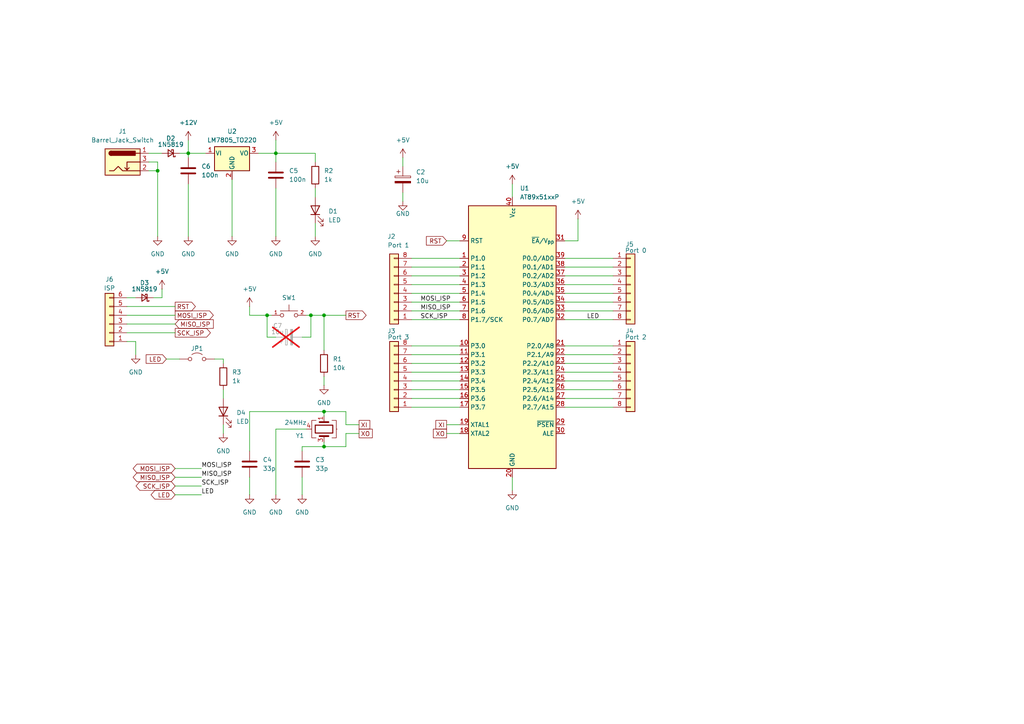
<source format=kicad_sch>
(kicad_sch (version 20231120) (generator "eeschema") (generator_version "8.0")
  (paper "A4")
  (lib_symbols
    (symbol "Connector:Barrel_Jack_Switch" (pin_names hide)
      (property "Reference" "J" (at 0 5.334 0))
      (property "Value" "Barrel_Jack_Switch" (at 0 -5.08 0))
      (symbol "Barrel_Jack_Switch_0_1"
        (rectangle (start -5.08 3.81) (end 5.08 -3.81) (stroke (width 0.254)) (fill (type background)))
        (arc (start -3.302 3.175) (mid -3.9343 2.54) (end -3.302 1.905) (stroke (width 0.254)))
        (arc (start -3.302 3.175) (mid -3.9343 2.54) (end -3.302 1.905) (stroke (width 0.254)) (fill (type outline)))
        (polyline (pts (xy 1.27 -2.286) (xy 1.905 -1.651)) (stroke (width 0.254)))
        (polyline (pts (xy 5.08 2.54) (xy 3.81 2.54)) (stroke (width 0.254)))
        (polyline (pts (xy 5.08 0) (xy 1.27 0) (xy 1.27 -2.286) (xy 0.635 -1.651)) (stroke (width 0.254)))
        (polyline (pts (xy -3.81 -2.54) (xy -2.54 -2.54) (xy -1.27 -1.27) (xy 0 -2.54) (xy 2.54 -2.54) (xy 5.08 -2.54)) (stroke (width 0.254)))
        (rectangle (start 3.683 3.175) (end -3.302 1.905) (stroke (width 0.254)) (fill (type outline)))
      )
      (symbol "Barrel_Jack_Switch_1_1"
        (pin passive line (at 7.62 2.54 180) (length 2.54) (name "~") (number "1"))
        (pin passive line (at 7.62 -2.54 180) (length 2.54) (name "~") (number "2"))
        (pin passive line (at 7.62 0 180) (length 2.54) (name "~") (number "3"))
      )
    )
    (symbol "Connector_Generic:Conn_01x06" (pin_names (offset 1.016) hide)
      (property "Reference" "J" (at 0 7.62 0))
      (property "Value" "Conn_01x06" (at 0 -10.16 0))
      (symbol "Conn_01x06_1_1"
        (rectangle (start -1.27 -7.493) (end 0 -7.747) (stroke (width 0.1524)))
        (rectangle (start -1.27 -4.953) (end 0 -5.207) (stroke (width 0.1524)))
        (rectangle (start -1.27 -2.413) (end 0 -2.667) (stroke (width 0.1524)))
        (rectangle (start -1.27 0.127) (end 0 -0.127) (stroke (width 0.1524)))
        (rectangle (start -1.27 2.667) (end 0 2.413) (stroke (width 0.1524)))
        (rectangle (start -1.27 5.207) (end 0 4.953) (stroke (width 0.1524)))
        (rectangle (start -1.27 6.35) (end 1.27 -8.89) (stroke (width 0.254)) (fill (type background)))
        (pin passive line (at -5.08 5.08 0) (length 3.81) (name "Pin_1") (number "1"))
        (pin passive line (at -5.08 2.54 0) (length 3.81) (name "Pin_2") (number "2"))
        (pin passive line (at -5.08 0 0) (length 3.81) (name "Pin_3") (number "3"))
        (pin passive line (at -5.08 -2.54 0) (length 3.81) (name "Pin_4") (number "4"))
        (pin passive line (at -5.08 -5.08 0) (length 3.81) (name "Pin_5") (number "5"))
        (pin passive line (at -5.08 -7.62 0) (length 3.81) (name "Pin_6") (number "6"))
      )
    )
    (symbol "Connector_Generic:Conn_01x08" (pin_names (offset 1.016) hide)
      (property "Reference" "J" (at 0 10.16 0))
      (property "Value" "Conn_01x08" (at 0 -12.7 0))
      (symbol "Conn_01x08_1_1"
        (rectangle (start -1.27 -10.033) (end 0 -10.287) (stroke (width 0.1524)))
        (rectangle (start -1.27 -7.493) (end 0 -7.747) (stroke (width 0.1524)))
        (rectangle (start -1.27 -4.953) (end 0 -5.207) (stroke (width 0.1524)))
        (rectangle (start -1.27 -2.413) (end 0 -2.667) (stroke (width 0.1524)))
        (rectangle (start -1.27 0.127) (end 0 -0.127) (stroke (width 0.1524)))
        (rectangle (start -1.27 2.667) (end 0 2.413) (stroke (width 0.1524)))
        (rectangle (start -1.27 5.207) (end 0 4.953) (stroke (width 0.1524)))
        (rectangle (start -1.27 7.747) (end 0 7.493) (stroke (width 0.1524)))
        (rectangle (start -1.27 8.89) (end 1.27 -11.43) (stroke (width 0.254)) (fill (type background)))
        (pin passive line (at -5.08 7.62 0) (length 3.81) (name "Pin_1") (number "1"))
        (pin passive line (at -5.08 5.08 0) (length 3.81) (name "Pin_2") (number "2"))
        (pin passive line (at -5.08 2.54 0) (length 3.81) (name "Pin_3") (number "3"))
        (pin passive line (at -5.08 0 0) (length 3.81) (name "Pin_4") (number "4"))
        (pin passive line (at -5.08 -2.54 0) (length 3.81) (name "Pin_5") (number "5"))
        (pin passive line (at -5.08 -5.08 0) (length 3.81) (name "Pin_6") (number "6"))
        (pin passive line (at -5.08 -7.62 0) (length 3.81) (name "Pin_7") (number "7"))
        (pin passive line (at -5.08 -10.16 0) (length 3.81) (name "Pin_8") (number "8"))
      )
    )
    (symbol "Device:C" (pin_numbers hide) (pin_names (offset 0.254))
      (property "Reference" "C" (at 0.635 2.54 0))
      (property "Value" "C" (at 0.635 -2.54 0))
      (symbol "C_0_1"
        (polyline (pts (xy -2.032 -0.762) (xy 2.032 -0.762)) (stroke (width 0.508)))
        (polyline (pts (xy -2.032 0.762) (xy 2.032 0.762)) (stroke (width 0.508)))
      )
      (symbol "C_1_1"
        (pin passive line (at 0 3.81 270) (length 2.794) (name "~") (number "1"))
        (pin passive line (at 0 -3.81 90) (length 2.794) (name "~") (number "2"))
      )
    )
    (symbol "Device:C_Polarized" (pin_numbers hide) (pin_names (offset 0.254))
      (property "Reference" "C" (at 0.635 2.54 0))
      (property "Value" "C_Polarized" (at 0.635 -2.54 0))
      (symbol "C_Polarized_0_1"
        (rectangle (start -2.286 0.508) (end 2.286 1.016))
        (polyline (pts (xy -1.778 2.286) (xy -0.762 2.286)))
        (polyline (pts (xy -1.27 2.794) (xy -1.27 1.778)))
        (rectangle (start 2.286 -0.508) (end -2.286 -1.016) (fill (type outline)))
      )
      (symbol "C_Polarized_1_1"
        (pin passive line (at 0 3.81 270) (length 2.794) (name "~") (number "1"))
        (pin passive line (at 0 -3.81 90) (length 2.794) (name "~") (number "2"))
      )
    )
    (symbol "Device:Crystal_GND24" (pin_names (offset 1.016) hide)
      (property "Reference" "Y1" (at 1.905 -6.985 90))
      (property "Value" "24MHz" (at -1.905 -8.255 90))
      (symbol "Crystal_GND24_0_1"
        (rectangle (start -1.143 2.54) (end 1.143 -2.54) (stroke (width 0.3048)))
        (polyline (pts (xy -2.54 0) (xy -2.032 0)))
        (polyline (pts (xy -2.032 -1.27) (xy -2.032 1.27)) (stroke (width 0.508)))
        (polyline (pts (xy 0 -3.81) (xy 0 -3.556)))
        (polyline (pts (xy 0 3.556) (xy 0 3.81)))
        (polyline (pts (xy 2.032 -1.27) (xy 2.032 1.27)) (stroke (width 0.508)))
        (polyline (pts (xy 2.032 0) (xy 2.54 0)))
        (polyline (pts (xy -2.54 -2.286) (xy -2.54 -3.556) (xy 2.54 -3.556) (xy 2.54 -2.286)))
        (polyline (pts (xy -2.54 2.286) (xy -2.54 3.556) (xy 2.54 3.556) (xy 2.54 2.286)))
      )
      (symbol "Crystal_GND24_1_1"
        (pin passive line (at -3.81 0 0) (length 1.27) (name "1") (number "1"))
        (pin passive line (at 0 -5.08 90) (length 1.27) hide (name "2") (number "2"))
        (pin passive line (at 3.81 0 180) (length 1.27) (name "3") (number "3"))
        (pin passive line (at 0 -5.08 90) (length 1.27) (name "4") (number "4"))
      )
    )
    (symbol "Device:D_Schottky_Small" (pin_numbers hide) (pin_names (offset 0.254) hide)
      (property "Reference" "D" (at -1.27 2.032 0))
      (property "Value" "D_Schottky_Small" (at -7.112 -2.032 0))
      (symbol "D_Schottky_Small_0_1"
        (polyline (pts (xy -0.762 0) (xy 0.762 0)))
        (polyline (pts (xy 0.762 -1.016) (xy -0.762 0) (xy 0.762 1.016) (xy 0.762 -1.016)) (stroke (width 0.254)))
        (polyline (pts (xy -1.27 0.762) (xy -1.27 1.016) (xy -0.762 1.016) (xy -0.762 -1.016) (xy -0.254 -1.016) (xy -0.254 -0.762)) (stroke (width 0.254)))
      )
      (symbol "D_Schottky_Small_1_1"
        (pin passive line (at -2.54 0 0) (length 1.778) (name "K") (number "1"))
        (pin passive line (at 2.54 0 180) (length 1.778) (name "A") (number "2"))
      )
    )
    (symbol "Device:LED" (pin_numbers hide) (pin_names (offset 1.016) hide)
      (property "Reference" "D" (at 0 2.54 0))
      (property "Value" "LED" (at 0 -2.54 0))
      (symbol "LED_0_1"
        (polyline (pts (xy -1.27 -1.27) (xy -1.27 1.27)) (stroke (width 0.254)))
        (polyline (pts (xy -1.27 0) (xy 1.27 0)))
        (polyline (pts (xy 1.27 -1.27) (xy 1.27 1.27) (xy -1.27 0) (xy 1.27 -1.27)) (stroke (width 0.254)))
        (polyline (pts (xy -3.048 -0.762) (xy -4.572 -2.286) (xy -3.81 -2.286) (xy -4.572 -2.286) (xy -4.572 -1.524)))
        (polyline (pts (xy -1.778 -0.762) (xy -3.302 -2.286) (xy -2.54 -2.286) (xy -3.302 -2.286) (xy -3.302 -1.524)))
      )
      (symbol "LED_1_1"
        (pin passive line (at -3.81 0 0) (length 2.54) (name "K") (number "1"))
        (pin passive line (at 3.81 0 180) (length 2.54) (name "A") (number "2"))
      )
    )
    (symbol "Device:R" (pin_numbers hide) (pin_names (offset 0))
      (property "Reference" "R" (at 2.032 0 90))
      (property "Value" "R" (at 0 0 90))
      (symbol "R_0_1"
        (rectangle (start -1.016 -2.54) (end 1.016 2.54) (stroke (width 0.254)))
      )
      (symbol "R_1_1"
        (pin passive line (at 0 3.81 270) (length 1.27) (name "~") (number "1"))
        (pin passive line (at 0 -3.81 90) (length 1.27) (name "~") (number "2"))
      )
    )
    (symbol "Jumper:Jumper_2_Open" (pin_numbers hide) (pin_names (offset 0) hide) (exclude_from_sim yes)
      (property "Reference" "JP" (at 0 2.794 0))
      (property "Value" "Jumper_2_Open" (at 0 -2.286 0))
      (symbol "Jumper_2_Open_0_0"
        (circle (center -2.032 0) (radius 0.508))
        (circle (center 2.032 0) (radius 0.508))
      )
      (symbol "Jumper_2_Open_0_1"
        (arc (start 1.524 1.27) (mid 0 1.778) (end -1.524 1.27))
      )
      (symbol "Jumper_2_Open_1_1"
        (pin passive line (at -5.08 0 0) (length 2.54) (name "A") (number "1"))
        (pin passive line (at 5.08 0 180) (length 2.54) (name "B") (number "2"))
      )
    )
    (symbol "MCU_Microchip_8051:AT89x51xxP"
      (property "Reference" "U1" (at 2.1941 43.18 0))
      (property "Value" "AT89x51xxP" (at 2.1941 40.64 0))
      (symbol "AT89x51xxP_1_0"
        (pin bidirectional line (at -15.24 17.78 0) (length 2.54) (name "P1.2") (number "3"))
      )
      (symbol "AT89x51xxP_1_1"
        (polyline (pts (xy -12.7 38.1) (xy 12.7 38.1) (xy 12.7 -38.1) (xy -12.7 -38.1) (xy -12.7 38.1)) (stroke (width 0.254)) (fill (type background)))
        (pin bidirectional line (at -15.24 22.86 0) (length 2.54) (name "P1.0") (number "1"))
        (pin bidirectional line (at -15.24 -2.54 0) (length 2.54) (name "P3.0") (number "10"))
        (pin bidirectional line (at -15.24 -5.08 0) (length 2.54) (name "P3.1") (number "11"))
        (pin bidirectional line (at -15.24 -7.62 0) (length 2.54) (name "P3.2") (number "12"))
        (pin bidirectional line (at -15.24 -10.16 0) (length 2.54) (name "P3.3") (number "13"))
        (pin bidirectional line (at -15.24 -12.7 0) (length 2.54) (name "P3.4") (number "14"))
        (pin bidirectional line (at -15.24 -15.24 0) (length 2.54) (name "P3.5") (number "15"))
        (pin bidirectional line (at -15.24 -17.78 0) (length 2.54) (name "P3.6") (number "16"))
        (pin bidirectional line (at -15.24 -20.32 0) (length 2.54) (name "P3.7") (number "17"))
        (pin input line (at -15.24 -27.94 0) (length 2.54) (name "XTAL2") (number "18"))
        (pin input line (at -15.24 -25.4 0) (length 2.54) (name "XTAL1") (number "19"))
        (pin bidirectional line (at -15.24 20.32 0) (length 2.54) (name "P1.1") (number "2"))
        (pin power_in line (at 0 -40.64 90) (length 2.54) (name "GND") (number "20"))
        (pin bidirectional line (at 15.24 -2.54 180) (length 2.54) (name "P2.0/A8") (number "21"))
        (pin bidirectional line (at 15.24 -5.08 180) (length 2.54) (name "P2.1/A9") (number "22"))
        (pin bidirectional line (at 15.24 -7.62 180) (length 2.54) (name "P2.2/A10") (number "23"))
        (pin bidirectional line (at 15.24 -10.16 180) (length 2.54) (name "P2.3/A11") (number "24"))
        (pin bidirectional line (at 15.24 -12.7 180) (length 2.54) (name "P2.4/A12") (number "25"))
        (pin bidirectional line (at 15.24 -15.24 180) (length 2.54) (name "P2.5/A13") (number "26"))
        (pin bidirectional line (at 15.24 -17.78 180) (length 2.54) (name "P2.6/A14") (number "27"))
        (pin bidirectional line (at 15.24 -20.32 180) (length 2.54) (name "P2.7/A15") (number "28"))
        (pin output line (at 15.24 -25.4 180) (length 2.54) (name "~{PSEN}") (number "29"))
        (pin output line (at 15.24 -27.94 180) (length 2.54) (name "ALE") (number "30"))
        (pin input line (at 15.24 27.94 180) (length 2.54) (name "~{EA}/V_{pp}") (number "31"))
        (pin bidirectional line (at 15.24 5.08 180) (length 2.54) (name "P0.7/AD7") (number "32"))
        (pin bidirectional line (at 15.24 7.62 180) (length 2.54) (name "P0.6/AD6") (number "33"))
        (pin bidirectional line (at 15.24 10.16 180) (length 2.54) (name "P0.5/AD5") (number "34"))
        (pin bidirectional line (at 15.24 12.7 180) (length 2.54) (name "P0.4/AD4") (number "35"))
        (pin bidirectional line (at 15.24 15.24 180) (length 2.54) (name "P0.3/AD3") (number "36"))
        (pin bidirectional line (at 15.24 17.78 180) (length 2.54) (name "P0.2/AD2") (number "37"))
        (pin bidirectional line (at 15.24 20.32 180) (length 2.54) (name "P0.1/AD1") (number "38"))
        (pin bidirectional line (at 15.24 22.86 180) (length 2.54) (name "P0.0/AD0") (number "39"))
        (pin bidirectional line (at -15.24 15.24 0) (length 2.54) (name "P1.3") (number "4"))
        (pin power_in line (at 0 40.64 270) (length 2.54) (name "V_{cc}") (number "40"))
        (pin bidirectional line (at -15.24 12.7 0) (length 2.54) (name "P1.4") (number "5"))
        (pin bidirectional line (at -15.24 10.16 0) (length 2.54) (name "P1.5") (number "6"))
        (pin bidirectional line (at -15.24 7.62 0) (length 2.54) (name "P1.6") (number "7"))
        (pin bidirectional line (at -15.24 5.08 0) (length 2.54) (name "P1.7/SCK") (number "8"))
        (pin input line (at -15.24 27.94 0) (length 2.54) (name "RST") (number "9"))
      )
    )
    (symbol "Regulator_Linear:LM7805_TO220" (pin_names (offset 0.254))
      (property "Reference" "U" (at -3.81 3.175 0))
      (property "Value" "LM7805_TO220" (at 0 3.175 0))
      (symbol "LM7805_TO220_0_1"
        (rectangle (start -5.08 1.905) (end 5.08 -5.08) (stroke (width 0.254)) (fill (type background)))
      )
      (symbol "LM7805_TO220_1_1"
        (pin power_in line (at -7.62 0 0) (length 2.54) (name "VI") (number "1"))
        (pin power_in line (at 0 -7.62 90) (length 2.54) (name "GND") (number "2"))
        (pin power_out line (at 7.62 0 180) (length 2.54) (name "VO") (number "3"))
      )
    )
    (symbol "USB_Dock:TSA017A2526A" (pin_names hide)
      (property "Reference" "SW1" (at 0 6.35 0))
      (symbol "TSA017A2526A_0_1"
        (circle (center -2.032 0) (radius 0.508))
        (polyline (pts (xy 0 1.27) (xy 0 3.048)))
        (polyline (pts (xy 2.54 1.27) (xy -2.54 1.27)))
        (circle (center 2.032 0) (radius 0.508))
      )
      (symbol "TSA017A2526A_1_1"
        (pin passive line (at -5.08 0 0) (length 2.54) (name "1") (number "1"))
        (pin passive line (at 5.08 0 180) (length 2.54) (name "4") (number "2"))
      )
    )
    (symbol "power:+5V" (power) (pin_numbers hide) (pin_names (offset 0) hide)
      (property "Value" "+5V" (at 0 3.556 0))
      (symbol "+5V_0_1"
        (polyline (pts (xy -0.762 1.27) (xy 0 2.54)))
        (polyline (pts (xy 0 0) (xy 0 2.54)))
        (polyline (pts (xy 0 2.54) (xy 0.762 1.27)))
      )
      (symbol "+5V_1_1"
        (pin power_in line (at 0 0 90) (length 0) (name "~") (number "1"))
      )
    )
    (symbol "power:GND" (power) (pin_numbers hide) (pin_names (offset 0) hide)
      (property "Value" "GND" (at 0 -3.81 0))
      (symbol "GND_0_1"
        (polyline (pts (xy 0 0) (xy 0 -1.27) (xy 1.27 -1.27) (xy 0 -2.54) (xy -1.27 -1.27) (xy 0 -1.27)))
      )
      (symbol "GND_1_1"
        (pin power_in line (at 0 0 270) (length 0) (name "~") (number "1"))
      )
    )
  )
  (junction (at 90.17 91.44))
  (junction (at 45.72 49.53))
  (junction (at 80.01 44.45))
  (junction (at 93.98 129.54))
  (junction (at 93.98 91.44))
  (junction (at 93.98 119.38))
  (junction (at 77.47 91.44))
  (junction (at 54.61 44.45))
  (wire (pts (xy 72.39 91.44) (xy 77.47 91.44)))
  (wire (pts (xy 100.33 125.73) (xy 104.14 125.73)))
  (wire (pts (xy 177.8 118.11) (xy 163.83 118.11)))
  (wire (pts (xy 148.59 53.34) (xy 148.59 57.15)))
  (wire (pts (xy 36.83 93.98) (xy 50.8 93.98)))
  (wire (pts (xy 72.39 91.44) (xy 72.39 88.9)))
  (wire (pts (xy 52.07 44.45) (xy 54.61 44.45)))
  (wire (pts (xy 100.33 123.19) (xy 100.33 119.38)))
  (wire (pts (xy 129.54 125.73) (xy 133.35 125.73)))
  (wire (pts (xy 80.01 40.64) (xy 80.01 44.45)))
  (wire (pts (xy 80.01 124.46) (xy 88.9 124.46)))
  (wire (pts (xy 77.47 97.79) (xy 77.47 91.44)))
  (wire (pts (xy 119.38 102.87) (xy 133.35 102.87)))
  (wire (pts (xy 119.38 107.95) (xy 133.35 107.95)))
  (wire (pts (xy 177.8 102.87) (xy 163.83 102.87)))
  (wire (pts (xy 177.8 82.55) (xy 163.83 82.55)))
  (wire (pts (xy 39.37 99.06) (xy 36.83 99.06)))
  (wire (pts (xy 87.63 97.79) (xy 90.17 97.79)))
  (wire (pts (xy 90.17 97.79) (xy 90.17 91.44)))
  (wire (pts (xy 177.8 90.17) (xy 163.83 90.17)))
  (wire (pts (xy 62.23 104.14) (xy 64.77 104.14)))
  (wire (pts (xy 72.39 138.43) (xy 72.39 143.51)))
  (wire (pts (xy 93.98 119.38) (xy 100.33 119.38)))
  (wire (pts (xy 177.8 115.57) (xy 163.83 115.57)))
  (wire (pts (xy 177.8 100.33) (xy 163.83 100.33)))
  (wire (pts (xy 59.69 44.45) (xy 54.61 44.45)))
  (wire (pts (xy 58.42 140.97) (xy 50.8 140.97)))
  (wire (pts (xy 93.98 91.44) (xy 93.98 101.6)))
  (wire (pts (xy 43.18 49.53) (xy 45.72 49.53)))
  (wire (pts (xy 100.33 123.19) (xy 104.14 123.19)))
  (wire (pts (xy 177.8 77.47) (xy 163.83 77.47)))
  (wire (pts (xy 177.8 113.03) (xy 163.83 113.03)))
  (wire (pts (xy 48.26 104.14) (xy 52.07 104.14)))
  (wire (pts (xy 80.01 143.51) (xy 80.01 124.46)))
  (wire (pts (xy 119.38 92.71) (xy 133.35 92.71)))
  (wire (pts (xy 119.38 100.33) (xy 133.35 100.33)))
  (wire (pts (xy 167.64 69.85) (xy 163.83 69.85)))
  (wire (pts (xy 36.83 86.36) (xy 39.37 86.36)))
  (wire (pts (xy 80.01 44.45) (xy 91.44 44.45)))
  (wire (pts (xy 119.38 118.11) (xy 133.35 118.11)))
  (wire (pts (xy 80.01 44.45) (xy 80.01 46.99)))
  (wire (pts (xy 46.99 83.82) (xy 46.99 86.36)))
  (wire (pts (xy 43.18 46.99) (xy 45.72 46.99)))
  (wire (pts (xy 88.9 91.44) (xy 90.17 91.44)))
  (wire (pts (xy 80.01 54.61) (xy 80.01 68.58)))
  (wire (pts (xy 119.38 82.55) (xy 133.35 82.55)))
  (wire (pts (xy 177.8 105.41) (xy 163.83 105.41)))
  (wire (pts (xy 58.42 138.43) (xy 50.8 138.43)))
  (wire (pts (xy 93.98 129.54) (xy 100.33 129.54)))
  (wire (pts (xy 36.83 96.52) (xy 50.8 96.52)))
  (wire (pts (xy 39.37 102.87) (xy 39.37 99.06)))
  (wire (pts (xy 119.38 85.09) (xy 133.35 85.09)))
  (wire (pts (xy 54.61 44.45) (xy 54.61 45.72)))
  (wire (pts (xy 90.17 91.44) (xy 93.98 91.44)))
  (wire (pts (xy 119.38 74.93) (xy 133.35 74.93)))
  (wire (pts (xy 119.38 110.49) (xy 133.35 110.49)))
  (wire (pts (xy 119.38 115.57) (xy 133.35 115.57)))
  (wire (pts (xy 177.8 80.01) (xy 163.83 80.01)))
  (wire (pts (xy 64.77 113.03) (xy 64.77 115.57)))
  (wire (pts (xy 177.8 87.63) (xy 163.83 87.63)))
  (wire (pts (xy 177.8 74.93) (xy 163.83 74.93)))
  (wire (pts (xy 100.33 125.73) (xy 100.33 129.54)))
  (wire (pts (xy 87.63 130.81) (xy 87.63 129.54)))
  (wire (pts (xy 119.38 105.41) (xy 133.35 105.41)))
  (wire (pts (xy 116.84 48.26) (xy 116.84 45.72)))
  (wire (pts (xy 93.98 128.27) (xy 93.98 129.54)))
  (wire (pts (xy 54.61 53.34) (xy 54.61 68.58)))
  (wire (pts (xy 177.8 85.09) (xy 163.83 85.09)))
  (wire (pts (xy 129.54 123.19) (xy 133.35 123.19)))
  (wire (pts (xy 36.83 88.9) (xy 50.8 88.9)))
  (wire (pts (xy 177.8 110.49) (xy 163.83 110.49)))
  (wire (pts (xy 119.38 90.17) (xy 133.35 90.17)))
  (wire (pts (xy 80.01 44.45) (xy 74.93 44.45)))
  (wire (pts (xy 116.84 55.88) (xy 116.84 58.42)))
  (wire (pts (xy 177.8 92.71) (xy 163.83 92.71)))
  (wire (pts (xy 93.98 119.38) (xy 93.98 120.65)))
  (wire (pts (xy 91.44 46.99) (xy 91.44 44.45)))
  (wire (pts (xy 80.01 97.79) (xy 77.47 97.79)))
  (wire (pts (xy 58.42 135.89) (xy 50.8 135.89)))
  (wire (pts (xy 72.39 119.38) (xy 93.98 119.38)))
  (wire (pts (xy 64.77 104.14) (xy 64.77 105.41)))
  (wire (pts (xy 87.63 138.43) (xy 87.63 143.51)))
  (wire (pts (xy 67.31 52.07) (xy 67.31 68.58)))
  (wire (pts (xy 54.61 44.45) (xy 54.61 40.64)))
  (wire (pts (xy 177.8 107.95) (xy 163.83 107.95)))
  (wire (pts (xy 45.72 46.99) (xy 45.72 49.53)))
  (wire (pts (xy 93.98 109.22) (xy 93.98 111.76)))
  (wire (pts (xy 100.33 91.44) (xy 93.98 91.44)))
  (wire (pts (xy 167.64 63.5) (xy 167.64 69.85)))
  (wire (pts (xy 77.47 91.44) (xy 78.74 91.44)))
  (wire (pts (xy 87.63 129.54) (xy 93.98 129.54)))
  (wire (pts (xy 119.38 80.01) (xy 133.35 80.01)))
  (wire (pts (xy 72.39 130.81) (xy 72.39 119.38)))
  (wire (pts (xy 64.77 123.19) (xy 64.77 125.73)))
  (wire (pts (xy 46.99 86.36) (xy 44.45 86.36)))
  (wire (pts (xy 36.83 91.44) (xy 50.8 91.44)))
  (wire (pts (xy 43.18 44.45) (xy 46.99 44.45)))
  (wire (pts (xy 119.38 113.03) (xy 133.35 113.03)))
  (wire (pts (xy 91.44 54.61) (xy 91.44 57.15)))
  (wire (pts (xy 119.38 87.63) (xy 133.35 87.63)))
  (wire (pts (xy 148.59 138.43) (xy 148.59 142.24)))
  (wire (pts (xy 119.38 77.47) (xy 133.35 77.47)))
  (wire (pts (xy 129.54 69.85) (xy 133.35 69.85)))
  (wire (pts (xy 91.44 64.77) (xy 91.44 68.58)))
  (wire (pts (xy 50.8 143.51) (xy 58.42 143.51)))
  (wire (pts (xy 45.72 49.53) (xy 45.72 68.58)))
  (label "MISO_ISP" (at 58.42 138.43 0))
  (label "LED" (at 58.42 143.51 0))
  (label "MISO_ISP" (at 121.92 90.17 0))
  (label "LED" (at 170.18 92.71 0))
  (label "MOSI_ISP" (at 121.92 87.63 0))
  (label "SCK_ISP" (at 58.42 140.97 0))
  (label "SCK_ISP" (at 121.92 92.71 0))
  (label "MOSI_ISP" (at 58.42 135.89 0))
  (global_label "LED" (shape bidirectional) (at 50.8 143.51 180) (property "Intersheetrefs" "${INTERSHEET_REFS}" (effects (hide yes))))
  (global_label "XI" (shape passive) (at 104.14 123.19 0) (property "Intersheetrefs" "${INTERSHEET_REFS}" (effects (hide yes))))
  (global_label "LED" (shape input) (at 48.26 104.14 180) (property "Intersheetrefs" "${INTERSHEET_REFS}" (effects (hide yes))))
  (global_label "RST" (shape input) (at 129.54 69.85 180) (property "Intersheetrefs" "${INTERSHEET_REFS}" (effects (hide yes))))
  (global_label "XI" (shape passive) (at 129.54 123.19 180) (property "Intersheetrefs" "${INTERSHEET_REFS}" (effects (hide yes))))
  (global_label "SCK_ISP" (shape output) (at 50.8 96.52 0) (property "Intersheetrefs" "${INTERSHEET_REFS}" (effects (hide yes))))
  (global_label "RST" (shape output) (at 100.33 91.44 0) (property "Intersheetrefs" "${INTERSHEET_REFS}" (effects (hide yes))))
  (global_label "MISO_ISP" (shape input) (at 50.8 93.98 0) (property "Intersheetrefs" "${INTERSHEET_REFS}" (effects (hide yes))))
  (global_label "MOSI_ISP" (shape bidirectional) (at 50.8 135.89 180) (property "Intersheetrefs" "${INTERSHEET_REFS}" (effects (hide yes))))
  (global_label "MOSI_ISP" (shape output) (at 50.8 91.44 0) (property "Intersheetrefs" "${INTERSHEET_REFS}" (effects (hide yes))))
  (global_label "MISO_ISP" (shape bidirectional) (at 50.8 138.43 180) (property "Intersheetrefs" "${INTERSHEET_REFS}" (effects (hide yes))))
  (global_label "XO" (shape passive) (at 129.54 125.73 180) (property "Intersheetrefs" "${INTERSHEET_REFS}" (effects (hide yes))))
  (global_label "XO" (shape passive) (at 104.14 125.73 0) (property "Intersheetrefs" "${INTERSHEET_REFS}" (effects (hide yes))))
  (global_label "SCK_ISP" (shape bidirectional) (at 50.8 140.97 180) (property "Intersheetrefs" "${INTERSHEET_REFS}" (effects (hide yes))))
  (global_label "RST" (shape output) (at 50.8 88.9 0) (property "Intersheetrefs" "${INTERSHEET_REFS}" (effects (hide yes))))
  (symbol (lib_id "power:+5V") (at 46.99 83.82 0) (unit 1)
    (property "Reference" "#PWR018" (effects (hide yes)))
    (property "Value" "+5V" (at 46.99 78.74 0))
    (property "Description" "Power symbol creates a global label with name \"+5V\"" (effects (hide yes)))
  )
  (symbol (lib_id "power:+5V") (at 167.64 63.5 0) (unit 1)
    (property "Reference" "#PWR02" (effects (hide yes)))
    (property "Value" "+5V" (at 167.64 58.42 0))
    (property "Description" "Power symbol creates a global label with name \"+5V\"" (effects (hide yes)))
  )
  (symbol (lib_id "Jumper:Jumper_2_Open") (at 57.15 104.14 0) (unit 1) (exclude_from_sim yes)
    (property "Reference" "JP1" (at 57.15 101.092 0))
    (property "Value" "~" (at 57.15 100.33 0))
    (property "Footprint" "Connector_PinHeader_2.54mm:PinHeader_1x02_P2.54mm_Vertical" (effects (hide yes)))
    (property "Description" "Jumper, 2-pole, open" (effects (hide yes)))
  )
  (symbol (lib_id "Device:D_Schottky_Small") (at 41.91 86.36 180) (unit 1)
    (property "Reference" "D3" (at 41.91 82.042 0))
    (property "Value" "1N5819" (at 41.91 83.82 0))
    (property "Footprint" "Diode_SMD:D_SOD-123F" (effects (hide yes)))
    (property "Description" "Schottky diode, small symbol" (effects (hide yes)))
  )
  (symbol (lib_id "Connector_Generic:Conn_01x06") (at 31.75 93.98 180) (unit 1)
    (property "Reference" "J6" (at 31.75 81.026 0))
    (property "Value" "ISP" (at 31.75 83.566 0))
    (property "Footprint" "Connector_JST:JST_XH_B6B-XH-AM_1x06_P2.50mm_Vertical" (effects (hide yes)))
    (property "Description" "Generic connector, single row, 01x06, script generated (kicad-library-utils/schlib/autogen/connector/)" (effects (hide yes)))
  )
  (symbol (lib_id "Device:C") (at 87.63 134.62 0) (unit 1)
    (property "Reference" "C3" (at 91.44 133.3499 0) (effects (justify left)))
    (property "Value" "33p" (at 91.44 135.8899 0) (effects (justify left)))
    (property "Footprint" "Capacitor_SMD:C_0805_2012Metric" (effects (hide yes)))
    (property "Description" "Unpolarized capacitor" (effects (hide yes)))
  )
  (symbol (lib_id "Connector_Generic:Conn_01x08") (at 182.88 82.55 0) (unit 1)
    (property "Reference" "J5" (at 182.626 70.866 0))
    (property "Value" "Port 0" (at 184.404 72.644 0))
    (property "Footprint" "Connector_PinHeader_2.54mm:PinHeader_1x08_P2.54mm_Vertical" (effects (hide yes)))
    (property "Description" "Generic connector, single row, 01x08, script generated (kicad-library-utils/schlib/autogen/connector/)" (effects (hide yes)))
  )
  (symbol (lib_id "power:GND") (at 67.31 68.58 0) (unit 1)
    (property "Reference" "#PWR013" (effects (hide yes)))
    (property "Value" "GND" (at 67.31 73.66 0))
    (property "Description" "Power symbol creates a global label with name \"GND\" , ground" (effects (hide yes)))
  )
  (symbol (lib_id "power:+5V") (at 148.59 53.34 0) (unit 1)
    (property "Reference" "#PWR04" (effects (hide yes)))
    (property "Value" "+5V" (at 148.59 48.26 0))
    (property "Description" "Power symbol creates a global label with name \"+5V\"" (effects (hide yes)))
  )
  (symbol (lib_id "power:+5V") (at 116.84 45.72 0) (unit 1)
    (property "Reference" "#PWR020" (effects (hide yes)))
    (property "Value" "+5V" (at 116.84 40.64 0))
    (property "Description" "Power symbol creates a global label with name \"+5V\"" (effects (hide yes)))
  )
  (symbol (lib_id "Device:R") (at 91.44 50.8 0) (unit 1)
    (property "Reference" "R2" (at 93.98 49.5299 0) (effects (justify left)))
    (property "Value" "1k" (at 93.98 52.0699 0) (effects (justify left)))
    (property "Footprint" "Resistor_SMD:R_0805_2012Metric" (effects (hide yes)))
    (property "Description" "Resistor" (effects (hide yes)))
  )
  (symbol (lib_id "power:GND") (at 72.39 143.51 0) (unit 1)
    (property "Reference" "#PWR09" (effects (hide yes)))
    (property "Value" "GND" (at 72.39 148.59 0))
    (property "Description" "Power symbol creates a global label with name \"GND\" , ground" (effects (hide yes)))
  )
  (symbol (lib_id "Device:C") (at 54.61 49.53 0) (unit 1)
    (property "Reference" "C6" (at 58.42 48.2599 0) (effects (justify left)))
    (property "Value" "100n" (at 58.42 50.7999 0) (effects (justify left)))
    (property "Footprint" "Capacitor_SMD:C_0805_2012Metric" (effects (hide yes)))
    (property "Description" "Unpolarized capacitor" (effects (hide yes)))
  )
  (symbol (lib_id "Device:D_Schottky_Small") (at 49.53 44.45 180) (unit 1)
    (property "Reference" "D2" (at 49.53 40.132 0))
    (property "Value" "1N5819" (at 49.53 41.91 0))
    (property "Footprint" "Diode_SMD:D_SOD-123F" (effects (hide yes)))
    (property "Description" "Schottky diode, small symbol" (effects (hide yes)))
  )
  (symbol (lib_id "USB_Dock:TSA017A2526A") (at 83.82 91.44 0) (unit 1)
    (property "Reference" "SW1" (at 83.82 86.36 0))
    (property "Value" "TSA017A2526A" (effects (hide yes)))
    (property "Footprint" "Button_Switch_THT:SW_PUSH_6mm" (effects (hide yes)))
    (property "LCSC Part" "C2888433" (effects (hide yes)))
  )
  (symbol (lib_id "Device:Crystal_GND24") (at 93.98 124.46 270) (unit 1)
    (property "Reference" "Y1" (at 86.995 126.365 90))
    (property "Value" "24MHz" (at 85.725 122.555 90))
    (property "Footprint" "Crystal:Crystal_SMD_3225-4Pin_3.2x2.5mm_HandSoldering" (effects (hide yes)))
  )
  (symbol (lib_id "power:GND") (at 93.98 111.76 0) (unit 1)
    (property "Reference" "#PWR07" (effects (hide yes)))
    (property "Value" "GND" (at 93.98 116.84 0))
    (property "Description" "Power symbol creates a global label with name \"GND\" , ground" (effects (hide yes)))
  )
  (symbol (lib_id "power:GND") (at 64.77 125.73 0) (unit 1)
    (property "Reference" "#PWR019" (effects (hide yes)))
    (property "Value" "GND" (at 64.77 130.81 0))
    (property "Description" "Power symbol creates a global label with name \"GND\" , ground" (effects (hide yes)))
  )
  (symbol (lib_id "MCU_Microchip_8051:AT89x51xxP") (at 148.59 97.79 0) (unit 1)
    (property "Reference" "U1" (at 150.7841 54.61 0) (effects (justify left)))
    (property "Value" "AT89x51xxP" (at 150.7841 57.15 0) (effects (justify left)))
    (property "Footprint" "Package_DIP:DIP-40_W15.24mm" (effects (hide yes)))
    (property "Datasheet" "https://ww1.microchip.com/downloads/en/DeviceDoc/doc2487.pdf" (effects (hide yes)))
    (property "Description" "8-bit Microcontroller with 4K Bytes Flash, DIP-40" (effects (hide yes)))
  )
  (symbol (lib_id "power:GND") (at 45.72 68.58 0) (unit 1)
    (property "Reference" "#PWR016" (effects (hide yes)))
    (property "Value" "GND" (at 45.72 73.66 0))
    (property "Description" "Power symbol creates a global label with name \"GND\" , ground" (effects (hide yes)))
  )
  (symbol (lib_id "Connector_Generic:Conn_01x08") (at 114.3 110.49 180) (unit 1)
    (property "Reference" "J3" (at 113.538 96.012 0))
    (property "Value" "Port 3" (at 115.57 97.79 0))
    (property "Footprint" "Connector_PinHeader_2.54mm:PinHeader_1x08_P2.54mm_Vertical" (effects (hide yes)))
    (property "Description" "Generic connector, single row, 01x08, script generated (kicad-library-utils/schlib/autogen/connector/)" (effects (hide yes)))
  )
  (symbol (lib_id "power:GND") (at 87.63 143.51 0) (unit 1)
    (property "Reference" "#PWR08" (effects (hide yes)))
    (property "Value" "GND" (at 87.63 148.59 0))
    (property "Description" "Power symbol creates a global label with name \"GND\" , ground" (effects (hide yes)))
  )
  (symbol (lib_id "Device:R") (at 93.98 105.41 0) (unit 1)
    (property "Reference" "R1" (at 96.52 104.1399 0) (effects (justify left)))
    (property "Value" "10k" (at 96.52 106.6799 0) (effects (justify left)))
    (property "Footprint" "Resistor_SMD:R_0805_2012Metric" (effects (hide yes)))
    (property "Description" "Resistor" (effects (hide yes)))
  )
  (symbol (lib_id "Connector_Generic:Conn_01x08") (at 114.3 85.09 180) (unit 1)
    (property "Reference" "J2" (at 113.538 68.58 0))
    (property "Value" "Port 1" (at 115.57 71.12 0))
    (property "Footprint" "Connector_PinHeader_2.54mm:PinHeader_1x08_P2.54mm_Vertical" (effects (hide yes)))
    (property "Description" "Generic connector, single row, 01x08, script generated (kicad-library-utils/schlib/autogen/connector/)" (effects (hide yes)))
  )
  (symbol (lib_id "power:+5V") (at 80.01 40.64 0) (unit 1)
    (property "Reference" "#PWR010" (effects (hide yes)))
    (property "Value" "+5V" (at 80.01 35.56 0))
    (property "Description" "Power symbol creates a global label with name \"+5V\"" (effects (hide yes)))
  )
  (symbol (lib_id "Regulator_Linear:LM7805_TO220") (at 67.31 44.45 0) (unit 1)
    (property "Reference" "U2" (at 67.31 38.1 0))
    (property "Value" "LM7805_TO220" (at 67.31 40.64 0))
    (property "Footprint" "Package_TO_SOT_THT:TO-220-3_Vertical" (effects (hide yes)))
    (property "Datasheet" "https://www.onsemi.cn/PowerSolutions/document/MC7800-D.PDF" (effects (hide yes)))
    (property "Description" "Positive 1A 35V Linear Regulator, Fixed Output 5V, TO-220" (effects (hide yes)))
  )
  (symbol (lib_id "power:GND") (at 80.01 68.58 0) (unit 1)
    (property "Reference" "#PWR012" (effects (hide yes)))
    (property "Value" "GND" (at 80.01 73.66 0))
    (property "Description" "Power symbol creates a global label with name \"GND\" , ground" (effects (hide yes)))
  )
  (symbol (lib_id "power:GND") (at 91.44 68.58 0) (unit 1)
    (property "Reference" "#PWR011" (effects (hide yes)))
    (property "Value" "GND" (at 91.44 73.66 0))
    (property "Description" "Power symbol creates a global label with name \"GND\" , ground" (effects (hide yes)))
  )
  (symbol (lib_id "power:GND") (at 54.61 68.58 0) (unit 1)
    (property "Reference" "#PWR015" (effects (hide yes)))
    (property "Value" "GND" (at 54.61 73.66 0))
    (property "Description" "Power symbol creates a global label with name \"GND\" , ground" (effects (hide yes)))
  )
  (symbol (lib_id "power:GND") (at 39.37 102.87 0) (unit 1)
    (property "Reference" "#PWR017" (effects (hide yes)))
    (property "Value" "GND" (at 39.37 107.95 0))
    (property "Description" "Power symbol creates a global label with name \"GND\" , ground" (effects (hide yes)))
  )
  (symbol (lib_id "Device:R") (at 64.77 109.22 0) (unit 1)
    (property "Reference" "R3" (at 67.31 107.9499 0) (effects (justify left)))
    (property "Value" "1k" (at 67.31 110.4899 0) (effects (justify left)))
    (property "Footprint" "Resistor_SMD:R_0805_2012Metric" (effects (hide yes)))
    (property "Description" "Resistor" (effects (hide yes)))
  )
  (symbol (lib_id "Device:LED") (at 64.77 119.38 90) (unit 1)
    (property "Reference" "D4" (at 68.58 119.6974 90) (effects (justify right)))
    (property "Value" "LED" (at 68.58 122.2374 90) (effects (justify right)))
    (property "Footprint" "LED_THT:LED_D3.0mm" (effects (hide yes)))
    (property "Description" "Light emitting diode" (effects (hide yes)))
  )
  (symbol (lib_id "power:+5V") (at 54.61 40.64 0) (unit 1)
    (property "Reference" "#PWR014" (effects (hide yes)))
    (property "Value" "+12V" (at 54.61 35.56 0))
    (property "Description" "Power symbol creates a global label with name \"+5V\"" (effects (hide yes)))
  )
  (symbol (lib_id "Device:C_Polarized") (at 116.84 52.07 0) (unit 1)
    (property "Reference" "C2" (at 120.65 49.9109 0) (effects (justify left)))
    (property "Value" "10u" (at 120.65 52.4509 0) (effects (justify left)))
    (property "Footprint" "Capacitor_THT:CP_Radial_D5.0mm_P2.50mm" (effects (hide yes)))
    (property "Description" "Polarized capacitor" (effects (hide yes)))
  )
  (symbol (lib_id "Connector:Barrel_Jack_Switch") (at 35.56 46.99 0) (unit 1)
    (property "Reference" "J1" (at 35.56 38.1 0))
    (property "Value" "Barrel_Jack_Switch" (at 35.56 40.64 0))
    (property "Footprint" "Connector_BarrelJack:BarrelJack_Wuerth_6941xx301002" (effects (hide yes)))
    (property "Description" "DC Barrel Jack with an internal switch" (effects (hide yes)))
  )
  (symbol (lib_id "power:+5V") (at 72.39 88.9 0) (unit 1)
    (property "Reference" "#PWR03" (effects (hide yes)))
    (property "Value" "+5V" (at 72.39 83.82 0))
    (property "Description" "Power symbol creates a global label with name \"+5V\"" (effects (hide yes)))
  )
  (symbol (lib_id "power:GND") (at 80.01 143.51 0) (unit 1)
    (property "Reference" "#PWR06" (effects (hide yes)))
    (property "Value" "GND" (at 80.01 148.59 0))
    (property "Description" "Power symbol creates a global label with name \"GND\" , ground" (effects (hide yes)))
  )
  (symbol (lib_id "Device:C") (at 72.39 134.62 0) (unit 1)
    (property "Reference" "C4" (at 76.2 133.3499 0) (effects (justify left)))
    (property "Value" "33p" (at 76.2 135.8899 0) (effects (justify left)))
    (property "Footprint" "Capacitor_SMD:C_0805_2012Metric" (effects (hide yes)))
    (property "Description" "Unpolarized capacitor" (effects (hide yes)))
  )
  (symbol (lib_id "Connector_Generic:Conn_01x08") (at 182.88 107.95 0) (unit 1)
    (property "Reference" "J4" (at 182.626 96.012 0))
    (property "Value" "Port 2" (at 184.404 97.79 0))
    (property "Footprint" "Connector_PinHeader_2.54mm:PinHeader_1x08_P2.54mm_Vertical" (effects (hide yes)))
    (property "Description" "Generic connector, single row, 01x08, script generated (kicad-library-utils/schlib/autogen/connector/)" (effects (hide yes)))
  )
  (symbol (lib_id "Device:LED") (at 91.44 60.96 90) (unit 1)
    (property "Reference" "D1" (at 95.25 61.2774 90) (effects (justify right)))
    (property "Value" "LED" (at 95.25 63.8174 90) (effects (justify right)))
    (property "Footprint" "LED_THT:LED_D3.0mm" (effects (hide yes)))
    (property "Description" "Light emitting diode" (effects (hide yes)))
  )
  (symbol (lib_id "Device:C") (at 80.01 50.8 0) (unit 1)
    (property "Reference" "C5" (at 83.82 49.5299 0) (effects (justify left)))
    (property "Value" "100n" (at 83.82 52.0699 0) (effects (justify left)))
    (property "Footprint" "Capacitor_SMD:C_0805_2012Metric" (effects (hide yes)))
    (property "Description" "Unpolarized capacitor" (effects (hide yes)))
  )
  (symbol (lib_id "Device:C_Polarized") (at 83.82 97.79 90) (unit 1) (dnp yes)
    (property "Reference" "C7" (at 80.518 94.488 90))
    (property "Value" "10u" (at 80.518 96.266 90))
    (property "Footprint" "Capacitor_SMD:C_0805_2012Metric" (effects (hide yes)))
    (property "Description" "Polarized capacitor" (effects (hide yes)))
  )
  (symbol (lib_id "power:GND") (at 116.84 58.42 0) (unit 1)
    (property "Reference" "#PWR05" (effects (hide yes)))
    (property "Value" "GND" (at 116.84 61.976 0))
    (property "Description" "Power symbol creates a global label with name \"GND\" , ground" (effects (hide yes)))
  )
  (symbol (lib_id "power:GND") (at 148.59 142.24 0) (unit 1)
    (property "Reference" "#PWR01" (effects (hide yes)))
    (property "Value" "GND" (at 148.59 147.32 0))
    (property "Description" "Power symbol creates a global label with name \"GND\" , ground" (effects (hide yes)))
  )
)
</source>
